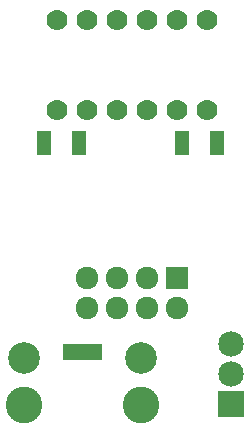
<source format=gbr>
G04 DesignSpark PCB Gerber Version 9.0 Build 5138 *
%FSLAX35Y35*%
%MOIN*%
%ADD105R,0.02772X0.05331*%
%ADD104R,0.05134X0.08087*%
%ADD100R,0.07555X0.07555*%
%ADD102R,0.08500X0.08500*%
%ADD17C,0.07000*%
%ADD101C,0.07555*%
%ADD103C,0.08500*%
%ADD106C,0.10539*%
%ADD107C,0.12205*%
X0Y0D02*
D02*
D17*
X22600Y111600D03*
Y141600D03*
X32600Y111600D03*
Y141600D03*
X42600Y111600D03*
Y141600D03*
X52600Y111600D03*
Y141600D03*
X62600Y111600D03*
Y141600D03*
X72600Y111600D03*
Y141600D03*
D02*
D100*
X62600Y55600D03*
D02*
D101*
X32600Y45600D03*
Y55600D03*
X42600Y45600D03*
Y55600D03*
X52600Y45600D03*
Y55600D03*
X62600Y45600D03*
D02*
D102*
X80600Y13600D03*
D02*
D103*
Y23600D03*
Y33600D03*
D02*
D104*
X18194Y100600D03*
X30006D03*
X64194D03*
X76006D03*
D02*
D105*
X25982Y31080D03*
X28541D03*
X31100D03*
X33659D03*
X36218D03*
D02*
D106*
X11612Y29033D03*
X50588D03*
D02*
D107*
X11612Y13285D03*
X50588D03*
X0Y0D02*
M02*

</source>
